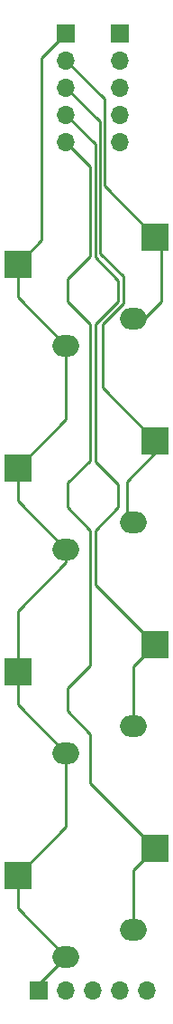
<source format=gbr>
%TF.GenerationSoftware,KiCad,Pcbnew,(6.0.1-0)*%
%TF.CreationDate,2022-01-31T23:33:37+08:00*%
%TF.ProjectId,Phalanx,5068616c-616e-4782-9e6b-696361645f70,rev?*%
%TF.SameCoordinates,Original*%
%TF.FileFunction,Copper,L2,Bot*%
%TF.FilePolarity,Positive*%
%FSLAX46Y46*%
G04 Gerber Fmt 4.6, Leading zero omitted, Abs format (unit mm)*
G04 Created by KiCad (PCBNEW (6.0.1-0)) date 2022-01-31 23:33:37*
%MOMM*%
%LPD*%
G01*
G04 APERTURE LIST*
%TA.AperFunction,ComponentPad*%
%ADD10R,1.700000X1.700000*%
%TD*%
%TA.AperFunction,ComponentPad*%
%ADD11O,1.700000X1.700000*%
%TD*%
%TA.AperFunction,SMDPad,CuDef*%
%ADD12R,2.550000X2.500000*%
%TD*%
%TA.AperFunction,ComponentPad*%
%ADD13O,2.500000X2.000000*%
%TD*%
%TA.AperFunction,Conductor*%
%ADD14C,0.250000*%
%TD*%
G04 APERTURE END LIST*
D10*
%TO.P,J3,1,Pin_1*%
%TO.N,Col1*%
X96520000Y-144145000D03*
D11*
%TO.P,J3,2,Pin_2*%
%TO.N,Row1*%
X99060000Y-144145000D03*
%TO.P,J3,3,Pin_3*%
%TO.N,Row2*%
X101600000Y-144145000D03*
%TO.P,J3,4,Pin_4*%
%TO.N,Row3*%
X104140000Y-144145000D03*
%TO.P,J3,5,Pin_5*%
%TO.N,Row4*%
X106680000Y-144145000D03*
%TD*%
D12*
%TO.P,SW4,1,1*%
%TO.N,Col1*%
X94515000Y-133350000D03*
D13*
X99060000Y-140970000D03*
%TO.P,SW4,2,2*%
%TO.N,Row4*%
X105410000Y-138430000D03*
D12*
X107442000Y-130810000D03*
%TD*%
%TO.P,SW3,1,1*%
%TO.N,Col1*%
X94515000Y-114300000D03*
D13*
X99060000Y-121920000D03*
%TO.P,SW3,2,2*%
%TO.N,Row3*%
X105410000Y-119380000D03*
D12*
X107442000Y-111760000D03*
%TD*%
%TO.P,SW2,1,1*%
%TO.N,Col1*%
X94515000Y-95250000D03*
D13*
X99060000Y-102870000D03*
%TO.P,SW2,2,2*%
%TO.N,Row2*%
X105410000Y-100330000D03*
D12*
X107442000Y-92710000D03*
%TD*%
%TO.P,SW1,1,1*%
%TO.N,Col1*%
X94515000Y-76200000D03*
D13*
X99060000Y-83820000D03*
%TO.P,SW1,2,2*%
%TO.N,Row1*%
X105410000Y-81280000D03*
D12*
X107442000Y-73660000D03*
%TD*%
D10*
%TO.P,J1,1,Pin_1*%
%TO.N,Col1*%
X104140000Y-54610000D03*
D11*
%TO.P,J1,2,Pin_2*%
%TO.N,Row1*%
X104140000Y-57150000D03*
%TO.P,J1,3,Pin_3*%
%TO.N,Row2*%
X104140000Y-59690000D03*
%TO.P,J1,4,Pin_4*%
%TO.N,Row3*%
X104140000Y-62230000D03*
%TO.P,J1,5,Pin_5*%
%TO.N,Row4*%
X104140000Y-64770000D03*
%TD*%
D10*
%TO.P,J2,1,Pin_1*%
%TO.N,Col1*%
X99060000Y-54610000D03*
D11*
%TO.P,J2,2,Pin_2*%
%TO.N,Row1*%
X99060000Y-57150000D03*
%TO.P,J2,3,Pin_3*%
%TO.N,Row2*%
X99060000Y-59690000D03*
%TO.P,J2,4,Pin_4*%
%TO.N,Row3*%
X99060000Y-62230000D03*
%TO.P,J2,5,Pin_5*%
%TO.N,Row4*%
X99060000Y-64770000D03*
%TD*%
D14*
%TO.N,Row4*%
X99060000Y-64770000D02*
X101346000Y-67056000D01*
X101346000Y-67056000D02*
X101346000Y-75438000D01*
X101346000Y-75438000D02*
X99225479Y-77558521D01*
X99225479Y-79723560D02*
X101289919Y-81788000D01*
X99225479Y-77558521D02*
X99225479Y-79723560D01*
X101289919Y-81788000D02*
X101289919Y-94599568D01*
X101289919Y-94599568D02*
X99225479Y-96664008D01*
X101346000Y-124714000D02*
X107442000Y-130810000D01*
X99225479Y-96664008D02*
X99225479Y-98971479D01*
X99225479Y-98971479D02*
X101346000Y-101092000D01*
X101346000Y-101092000D02*
X101346000Y-113735919D01*
X101346000Y-113735919D02*
X99225479Y-115856440D01*
X99225479Y-115856440D02*
X99225479Y-118021479D01*
X99225479Y-118021479D02*
X101346000Y-120142000D01*
X101346000Y-120142000D02*
X101346000Y-124714000D01*
%TO.N,Row1*%
X102694532Y-60784532D02*
X102694532Y-68912532D01*
%TO.N,Row3*%
X107417000Y-111760000D02*
X107442000Y-111760000D01*
X101854000Y-106197000D02*
X107417000Y-111760000D01*
X103974521Y-96806440D02*
X103974521Y-98971479D01*
%TO.N,Row2*%
X102245022Y-62875022D02*
X102245022Y-75194022D01*
X102499021Y-87767021D02*
X107442000Y-92710000D01*
X99060000Y-59690000D02*
X102245022Y-62875022D01*
X104424031Y-77373031D02*
X104424031Y-79909754D01*
X102245022Y-75194022D02*
X104424031Y-77373031D01*
%TO.N,Row3*%
X103974521Y-98971479D02*
X101854000Y-101092000D01*
X101795511Y-64965511D02*
X101795511Y-75577430D01*
X101854000Y-101092000D02*
X101854000Y-106197000D01*
X99060000Y-62230000D02*
X101795511Y-64965511D01*
%TO.N,Row2*%
X104424031Y-79909754D02*
X102499021Y-81834764D01*
%TO.N,Row3*%
X101854000Y-81844081D02*
X101854000Y-94685919D01*
X101795511Y-75577430D02*
X103974521Y-77756440D01*
%TO.N,Row1*%
X99060000Y-57150000D02*
X102694532Y-60784532D01*
%TO.N,Row3*%
X103974521Y-79723560D02*
X101854000Y-81844081D01*
%TO.N,Row2*%
X102499021Y-81834764D02*
X102499021Y-87767021D01*
%TO.N,Row3*%
X101854000Y-94685919D02*
X103974521Y-96806440D01*
X103974521Y-77756440D02*
X103974521Y-79723560D01*
%TO.N,Row1*%
X102694532Y-68912532D02*
X107442000Y-73660000D01*
%TO.N,Col1*%
X99060000Y-54610000D02*
X96774000Y-56896000D01*
X96774000Y-56896000D02*
X96774000Y-73966000D01*
X96774000Y-73966000D02*
X94540000Y-76200000D01*
X94540000Y-76200000D02*
X94515000Y-76200000D01*
%TO.N,Row1*%
X107442000Y-73660000D02*
X108004521Y-74222521D01*
X108004521Y-74222521D02*
X108004521Y-79685479D01*
X106410000Y-81280000D02*
X105410000Y-81280000D01*
X108004521Y-79685479D02*
X106410000Y-81280000D01*
%TO.N,Row2*%
X107442000Y-93853000D02*
X104775000Y-96520000D01*
X107442000Y-92710000D02*
X107442000Y-93853000D01*
X104775000Y-96520000D02*
X104775000Y-99695000D01*
X104775000Y-99695000D02*
X105410000Y-100330000D01*
%TO.N,Row3*%
X107442000Y-111760000D02*
X105355479Y-113846521D01*
X105355479Y-119325479D02*
X105410000Y-119380000D01*
X105355479Y-113846521D02*
X105355479Y-119325479D01*
%TO.N,Row4*%
X107442000Y-130810000D02*
X105355479Y-132896521D01*
X105355479Y-132896521D02*
X105355479Y-138375479D01*
X105355479Y-138375479D02*
X105410000Y-138430000D01*
%TO.N,Col1*%
X99060000Y-140970000D02*
X96520000Y-143510000D01*
X96520000Y-143510000D02*
X96520000Y-144145000D01*
X94515000Y-133350000D02*
X94515000Y-136425000D01*
X94515000Y-136425000D02*
X99060000Y-140970000D01*
X99060000Y-121920000D02*
X99060000Y-128805000D01*
X99060000Y-128805000D02*
X94515000Y-133350000D01*
X94515000Y-114300000D02*
X94515000Y-117375000D01*
X94515000Y-117375000D02*
X99060000Y-121920000D01*
X99060000Y-102870000D02*
X99060000Y-104120000D01*
X99060000Y-104120000D02*
X94515000Y-108665000D01*
X94515000Y-108665000D02*
X94515000Y-114300000D01*
X94515000Y-95250000D02*
X94515000Y-98325000D01*
X94515000Y-98325000D02*
X99060000Y-102870000D01*
X99060000Y-83820000D02*
X99060000Y-90705000D01*
X99060000Y-90705000D02*
X94515000Y-95250000D01*
X94515000Y-76200000D02*
X94515000Y-79275000D01*
X94515000Y-79275000D02*
X99060000Y-83820000D01*
%TD*%
M02*

</source>
